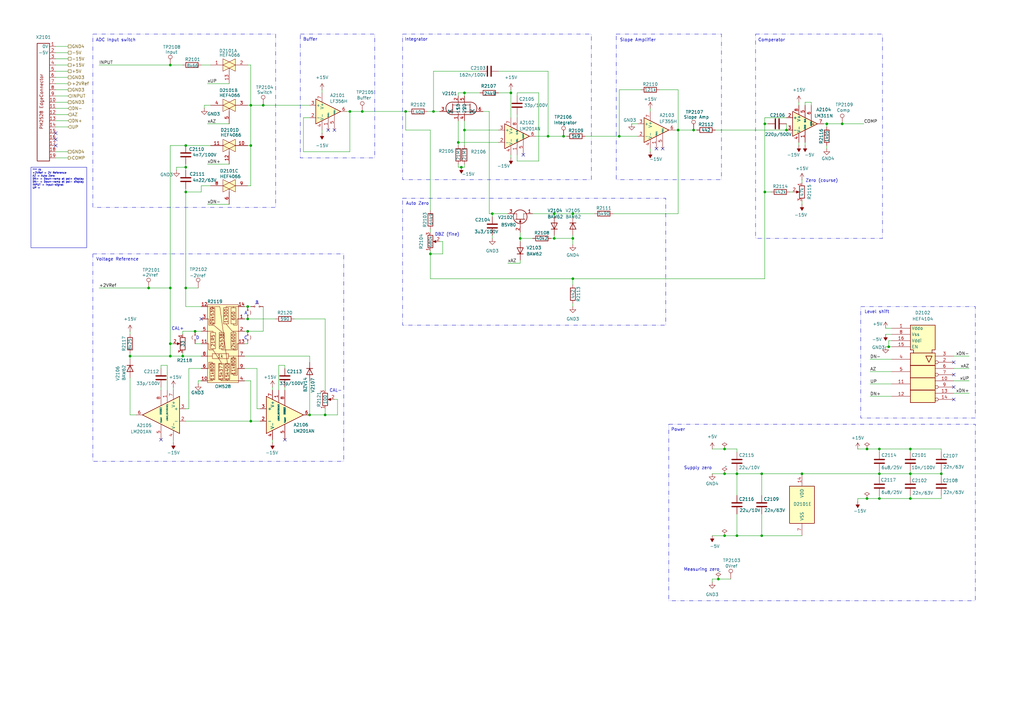
<source format=kicad_sch>
(kicad_sch (version 20250114) (generator "eeschema") (generator_version "9.0")
  (paper "A3")
  (title_block (title "Philips PM2528 - N21 (ADC Analog)") (date "2025-08-06") (rev "1.0") (company "D. Kupers"))
  (rectangle (start 165.1 13.97) (end 242.57 73.66) (stroke (width 0) (type dash_dot_dot)))
  (rectangle (start 274.32 173.99) (end 400.05 246.38) (stroke (width 0) (type dash_dot_dot)))
  (rectangle (start 165.1 81.28) (end 273.05 133.35) (stroke (width 0) (type dash_dot_dot)))
  (rectangle (start 252.73 13.97) (end 295.91 73.66) (stroke (width 0) (type dash_dot_dot)))
  (rectangle (start 38.1 13.97) (end 113.03 85.09) (stroke (width 0) (type dash_dot_dot)))
  (rectangle (start 38.1 104.14) (end 140.97 189.23) (stroke (width 0) (type dash_dot_dot)))
  (rectangle (start 123.19 13.97) (end 153.67 64.77) (stroke (width 0) (type dash_dot_dot)))
  (rectangle (start 309.88 13.97) (end 361.95 97.79) (stroke (width 0) (type dash_dot_dot)))
  (rectangle (start 353.06 125.73) (end 400.05 171.45) (stroke (width 0) (type dash_dot_dot)))
  (text "Supply zero" (at 286.258 192.024 0) (effects (font (size 1.27 1.27))))
  (text "C" (at 100.838 138.684 0) (effects (font (size 1.27 1.27))))
  (text "CAL+" (at 72.898 134.874 0) (effects (font (size 1.27 1.27))))
  (text "Buffer" (at 127.254 16.256 0) (effects (font (size 1.27 1.27))))
  (text "A" (at 100.838 128.524 0) (effects (font (size 1.27 1.27))))
  (text "Power" (at 278.13 176.276 0) (effects (font (size 1.27 1.27))))
  (text "Comperator" (at 316.484 16.51 0) (effects (font (size 1.27 1.27))))
  (text "Voltage Reference" (at 39.37 106.426 0) (effects (font (size 1.27 1.27)) (justify left)))
  (text "CAL-" (at 137.668 160.274 0) (effects (font (size 1.27 1.27))))
  (text "Integrator" (at 170.688 16.256 0) (effects (font (size 1.27 1.27))))
  (text "DBZ (fine)" (at 183.388 96.266 0) (effects (font (size 1.27 1.27))))
  (text "Measuring zero" (at 287.782 233.68 0) (effects (font (size 1.27 1.27))))
  (text "Slope Amplifier" (at 261.62 16.51 0) (effects (font (size 1.27 1.27))))
  (text "Zero (course)" (at 337.058 74.168 0) (effects (font (size 1.27 1.27))))
  (text "Auto Zero" (at 171.196 83.566 0) (effects (font (size 1.27 1.27))))
  (text "B" (at 105.41 124.206 0) (effects (font (size 1.27 1.27))))
  (text "Level shift" (at 359.664 128.016 0) (effects (font (size 1.27 1.27))))
  (text "ADC Input switch" (at 47.498 16.51 0) (effects (font (size 1.27 1.27))))
  (text "D" (at 81.026 138.684 0) (effects (font (size 1.27 1.27))))
  (text_box "*** IN\n+2VRef = 2V Reference\nAZ = Auto Zero\nDN+ = Down-ramp at pol+ display\nDN- = Down-ramp at pol- display\nINPUT = input-signal\nUP = " (at 12.7 68.58 0) (size 22.86 33.02) (margins 0.5715 0.5715 0.5715 0.5715) (effects (font (size 0.762 0.762)) (justify left top)))
  (junction (at 127 170.18))
  (junction (at 297.18 219.71))
  (junction (at 373.38 184.15))
  (junction (at 107.95 43.18))
  (junction (at 102.87 43.18))
  (junction (at 187.96 58.42))
  (junction (at 166.37 45.72))
  (junction (at 102.87 59.69))
  (junction (at 386.08 194.31))
  (junction (at 101.6 130.81))
  (junction (at 60.96 118.11))
  (junction (at 148.59 45.72))
  (junction (at 360.68 204.47))
  (junction (at 102.87 172.72))
  (junction (at 355.6 184.15))
  (junction (at 364.49 142.24))
  (junction (at 76.2 68.58))
  (junction (at 278.13 53.34))
  (junction (at 360.68 194.31))
  (junction (at 213.36 97.79))
  (junction (at 373.38 194.31))
  (junction (at 177.8 45.72))
  (junction (at 224.79 55.88))
  (junction (at 189.23 68.58))
  (junction (at 313.69 50.8))
  (junction (at 297.18 194.31))
  (junction (at 69.85 140.97))
  (junction (at 234.95 97.79))
  (junction (at 234.95 87.63))
  (junction (at 345.44 50.8))
  (junction (at 201.93 87.63))
  (junction (at 101.6 135.89))
  (junction (at 355.6 204.47))
  (junction (at 69.85 118.11))
  (junction (at 190.5 38.1))
  (junction (at 69.85 146.05))
  (junction (at 339.09 50.8))
  (junction (at 133.35 170.18))
  (junction (at 294.64 237.49))
  (junction (at 76.2 78.74))
  (junction (at 76.2 59.69))
  (junction (at 312.42 194.31))
  (junction (at 302.26 194.31))
  (junction (at 231.14 55.88))
  (junction (at 297.18 184.15))
  (junction (at 227.33 97.79))
  (junction (at 313.69 78.74))
  (junction (at 373.38 204.47))
  (junction (at 69.85 26.67))
  (junction (at 76.2 118.11))
  (junction (at 209.55 38.1))
  (junction (at 284.48 53.34))
  (junction (at 80.01 135.89))
  (junction (at 190.5 53.34))
  (junction (at 234.95 114.3))
  (junction (at 53.34 146.05))
  (junction (at 360.68 184.15))
  (junction (at 322.58 53.34))
  (junction (at 143.51 45.72))
  (junction (at 176.53 104.14))
  (junction (at 227.33 87.63))
  (junction (at 254 55.88))
  (junction (at 312.42 219.71))
  (junction (at 302.26 219.71))
  (junction (at 74.93 146.05))
  (junction (at 101.6 125.73))
  (junction (at 328.93 194.31))
  (no_connect (at 82.55 130.81))
  (no_connect (at 66.04 180.34))
  (no_connect (at 214.63 63.5))
  (no_connect (at 391.16 148.59))
  (no_connect (at 269.24 60.96))
  (no_connect (at 134.62 53.34))
  (no_connect (at 391.16 153.67))
  (no_connect (at 116.84 180.34))
  (no_connect (at 391.16 163.83))
  (no_connect (at 137.16 53.34))
  (no_connect (at 22.86 54.61))
  (no_connect (at 271.78 60.96))
  (no_connect (at 391.16 158.75))
  (no_connect (at 22.86 59.69))
  (no_connect (at 22.86 57.15))
  (wire (pts (xy 176.53 114.3) (xy 234.95 114.3)))
  (wire (pts (xy 76.2 78.74) (xy 82.55 78.74)))
  (wire (pts (xy 270.51 36.83) (xy 278.13 36.83)))
  (wire (pts (xy 224.79 29.21) (xy 224.79 55.88)))
  (wire (pts (xy 76.2 68.58) (xy 76.2 69.85)))
  (wire (pts (xy 200.66 45.72) (xy 200.66 87.63)))
  (wire (pts (xy 365.76 147.32) (xy 356.87 147.32)))
  (wire (pts (xy 204.47 38.1) (xy 209.55 38.1)))
  (wire (pts (xy 190.5 67.31) (xy 190.5 68.58)))
  (wire (pts (xy 101.6 26.67) (xy 102.87 26.67)))
  (wire (pts (xy 53.34 144.78) (xy 53.34 146.05)))
  (wire (pts (xy 226.06 97.79) (xy 227.33 97.79)))
  (wire (pts (xy 227.33 97.79) (xy 234.95 97.79)))
  (wire (pts (xy 76.2 67.31) (xy 76.2 68.58)))
  (wire (pts (xy 76.2 118.11) (xy 76.2 125.73)))
  (wire (pts (xy 181.61 99.06) (xy 181.61 104.14)))
  (wire (pts (xy 355.6 204.47) (xy 360.68 204.47)))
  (wire (pts (xy 231.14 55.88) (xy 232.41 55.88)))
  (wire (pts (xy 77.47 151.13) (xy 82.55 151.13)))
  (wire (pts (xy 312.42 219.71) (xy 328.93 219.71)))
  (wire (pts (xy 200.66 87.63) (xy 201.93 87.63)))
  (wire (pts (xy 278.13 53.34) (xy 276.86 53.34)))
  (wire (pts (xy 22.86 24.13) (xy 27.94 24.13)))
  (wire (pts (xy 132.08 36.83) (xy 132.08 38.1)))
  (wire (pts (xy 397.51 146.05) (xy 391.16 146.05)))
  (wire (pts (xy 143.51 62.23) (xy 143.51 45.72)))
  (wire (pts (xy 86.36 43.18) (xy 83.82 43.18)))
  (wire (pts (xy 69.85 26.67) (xy 74.93 26.67)))
  (wire (pts (xy 22.86 26.67) (xy 27.94 26.67)))
  (wire (pts (xy 85.09 34.29) (xy 93.98 34.29)))
  (wire (pts (xy 302.26 194.31) (xy 302.26 203.2)))
  (wire (pts (xy 176.53 86.36) (xy 176.53 53.34)))
  (wire (pts (xy 208.28 107.95) (xy 213.36 107.95)))
  (wire (pts (xy 293.37 53.34) (xy 322.58 53.34)))
  (wire (pts (xy 190.5 53.34) (xy 190.5 59.69)))
  (wire (pts (xy 102.87 172.72) (xy 106.68 172.72)))
  (wire (pts (xy 365.76 152.4) (xy 356.87 152.4)))
  (wire (pts (xy 227.33 87.63) (xy 234.95 87.63)))
  (wire (pts (xy 201.93 87.63) (xy 208.28 87.63)))
  (wire (pts (xy 386.08 184.15) (xy 386.08 185.42)))
  (wire (pts (xy 69.85 146.05) (xy 53.34 146.05)))
  (wire (pts (xy 81.28 156.21) (xy 81.28 157.48)))
  (wire (pts (xy 71.12 140.97) (xy 69.85 140.97)))
  (wire (pts (xy 111.76 158.75) (xy 111.76 160.02)))
  (wire (pts (xy 363.22 142.24) (xy 364.49 142.24)))
  (wire (pts (xy 351.79 184.15) (xy 355.6 184.15)))
  (wire (pts (xy 69.85 59.69) (xy 69.85 118.11)))
  (wire (pts (xy 22.86 34.29) (xy 27.94 34.29)))
  (wire (pts (xy 124.46 48.26) (xy 124.46 62.23)))
  (wire (pts (xy 212.09 46.99) (xy 212.09 48.26)))
  (wire (pts (xy 127 146.05) (xy 100.33 146.05)))
  (wire (pts (xy 292.1 219.71) (xy 297.18 219.71)))
  (wire (pts (xy 22.86 39.37) (xy 27.94 39.37)))
  (wire (pts (xy 328.93 73.66) (xy 328.93 74.93)))
  (wire (pts (xy 397.51 151.13) (xy 391.16 151.13)))
  (wire (pts (xy 166.37 53.34) (xy 166.37 45.72)))
  (wire (pts (xy 345.44 50.8) (xy 354.33 50.8)))
  (wire (pts (xy 105.41 151.13) (xy 105.41 167.64)))
  (wire (pts (xy 386.08 204.47) (xy 386.08 203.2)))
  (wire (pts (xy 284.48 53.34) (xy 285.75 53.34)))
  (wire (pts (xy 364.49 139.7) (xy 364.49 142.24)))
  (wire (pts (xy 71.12 158.75) (xy 71.12 160.02)))
  (wire (pts (xy 360.68 203.2) (xy 360.68 204.47)))
  (wire (pts (xy 330.2 58.42) (xy 330.2 59.69)))
  (wire (pts (xy 364.49 139.7) (xy 365.76 139.7)))
  (wire (pts (xy 234.95 97.79) (xy 234.95 100.33)))
  (wire (pts (xy 102.87 26.67) (xy 102.87 43.18)))
  (wire (pts (xy 69.85 118.11) (xy 69.85 140.97)))
  (wire (pts (xy 107.95 43.18) (xy 127 43.18)))
  (wire (pts (xy 127 148.59) (xy 127 146.05)))
  (wire (pts (xy 22.86 49.53) (xy 27.94 49.53)))
  (wire (pts (xy 278.13 36.83) (xy 278.13 53.34)))
  (wire (pts (xy 339.09 60.96) (xy 339.09 59.69)))
  (wire (pts (xy 312.42 194.31) (xy 312.42 203.2)))
  (wire (pts (xy 116.84 149.86) (xy 116.84 151.13)))
  (wire (pts (xy 133.35 170.18) (xy 138.43 170.18)))
  (wire (pts (xy 397.51 161.29) (xy 391.16 161.29)))
  (wire (pts (xy 328.93 194.31) (xy 360.68 194.31)))
  (wire (pts (xy 127 156.21) (xy 127 170.18)))
  (wire (pts (xy 198.12 45.72) (xy 200.66 45.72)))
  (wire (pts (xy 312.42 194.31) (xy 328.93 194.31)))
  (wire (pts (xy 302.26 194.31) (xy 312.42 194.31)))
  (wire (pts (xy 100.33 135.89) (xy 101.6 135.89)))
  (wire (pts (xy 133.35 130.81) (xy 133.35 160.02)))
  (wire (pts (xy 209.55 38.1) (xy 209.55 48.26)))
  (wire (pts (xy 22.86 21.59) (xy 27.94 21.59)))
  (wire (pts (xy 339.09 52.07) (xy 339.09 50.8)))
  (wire (pts (xy 74.93 135.89) (xy 80.01 135.89)))
  (wire (pts (xy 101.6 130.81) (xy 113.03 130.81)))
  (wire (pts (xy 254 55.88) (xy 261.62 55.88)))
  (wire (pts (xy 77.47 167.64) (xy 77.47 151.13)))
  (wire (pts (xy 266.7 44.45) (xy 266.7 45.72)))
  (wire (pts (xy 22.86 31.75) (xy 27.94 31.75)))
  (wire (pts (xy 102.87 43.18) (xy 102.87 59.69)))
  (wire (pts (xy 213.36 95.25) (xy 213.36 97.79)))
  (wire (pts (xy 40.64 26.67) (xy 69.85 26.67)))
  (wire (pts (xy 187.96 38.1) (xy 190.5 38.1)))
  (wire (pts (xy 373.38 193.04) (xy 373.38 194.31)))
  (wire (pts (xy 297.18 219.71) (xy 302.26 219.71)))
  (wire (pts (xy 82.55 125.73) (xy 76.2 125.73)))
  (wire (pts (xy 68.58 149.86) (xy 68.58 160.02)))
  (wire (pts (xy 234.95 87.63) (xy 243.84 87.63)))
  (wire (pts (xy 365.76 134.62) (xy 363.22 134.62)))
  (wire (pts (xy 101.6 76.2) (xy 102.87 76.2)))
  (wire (pts (xy 373.38 184.15) (xy 386.08 184.15)))
  (wire (pts (xy 69.85 59.69) (xy 76.2 59.69)))
  (wire (pts (xy 176.53 104.14) (xy 176.53 114.3)))
  (wire (pts (xy 76.2 118.11) (xy 81.28 118.11)))
  (wire (pts (xy 53.34 146.05) (xy 53.34 147.32)))
  (wire (pts (xy 187.96 58.42) (xy 204.47 58.42)))
  (wire (pts (xy 187.96 38.1) (xy 187.96 39.37)))
  (wire (pts (xy 187.96 58.42) (xy 187.96 59.69)))
  (wire (pts (xy 327.66 58.42) (xy 327.66 59.69)))
  (wire (pts (xy 133.35 167.64) (xy 133.35 170.18)))
  (wire (pts (xy 364.49 142.24) (xy 365.76 142.24)))
  (wire (pts (xy 297.18 194.31) (xy 302.26 194.31)))
  (wire (pts (xy 85.09 50.8) (xy 93.98 50.8)))
  (wire (pts (xy 176.53 102.87) (xy 176.53 104.14)))
  (wire (pts (xy 386.08 193.04) (xy 386.08 194.31)))
  (wire (pts (xy 259.08 50.8) (xy 261.62 50.8)))
  (wire (pts (xy 176.53 93.98) (xy 176.53 95.25)))
  (wire (pts (xy 213.36 107.95) (xy 213.36 106.68)))
  (wire (pts (xy 209.55 36.83) (xy 209.55 38.1)))
  (wire (pts (xy 142.24 45.72) (xy 143.51 45.72)))
  (wire (pts (xy 187.96 68.58) (xy 189.23 68.58)))
  (wire (pts (xy 22.86 44.45) (xy 27.94 44.45)))
  (wire (pts (xy 313.69 50.8) (xy 313.69 78.74)))
  (wire (pts (xy 22.86 36.83) (xy 27.94 36.83)))
  (wire (pts (xy 85.09 67.31) (xy 93.98 67.31)))
  (wire (pts (xy 201.93 87.63) (xy 201.93 88.9)))
  (wire (pts (xy 234.95 114.3) (xy 313.69 114.3)))
  (wire (pts (xy 327.66 41.91) (xy 327.66 43.18)))
  (wire (pts (xy 148.59 45.72) (xy 166.37 45.72)))
  (wire (pts (xy 77.47 167.64) (xy 76.2 167.64)))
  (wire (pts (xy 313.69 48.26) (xy 313.69 50.8)))
  (wire (pts (xy 102.87 156.21) (xy 102.87 172.72)))
  (wire (pts (xy 234.95 124.46) (xy 234.95 125.73)))
  (wire (pts (xy 69.85 140.97) (xy 69.85 146.05)))
  (wire (pts (xy 100.33 140.97) (xy 101.6 140.97)))
  (wire (pts (xy 313.69 48.26) (xy 322.58 48.26)))
  (wire (pts (xy 292.1 237.49) (xy 292.1 238.76)))
  (wire (pts (xy 373.38 185.42) (xy 373.38 184.15)))
  (wire (pts (xy 60.96 118.11) (xy 69.85 118.11)))
  (wire (pts (xy 22.86 64.77) (xy 27.94 64.77)))
  (wire (pts (xy 101.6 125.73) (xy 102.87 125.73)))
  (wire (pts (xy 187.96 49.53) (xy 187.96 58.42)))
  (wire (pts (xy 76.2 172.72) (xy 102.87 172.72)))
  (wire (pts (xy 190.5 68.58) (xy 189.23 68.58)))
  (wire (pts (xy 100.33 125.73) (xy 101.6 125.73)))
  (wire (pts (xy 351.79 204.47) (xy 355.6 204.47)))
  (wire (pts (xy 127 170.18) (xy 133.35 170.18)))
  (wire (pts (xy 114.3 160.02) (xy 114.3 149.86)))
  (wire (pts (xy 82.55 76.2) (xy 86.36 76.2)))
  (wire (pts (xy 212.09 39.37) (xy 212.09 38.1)))
  (wire (pts (xy 40.64 118.11) (xy 60.96 118.11)))
  (wire (pts (xy 82.55 76.2) (xy 82.55 78.74)))
  (wire (pts (xy 302.26 210.82) (xy 302.26 219.71)))
  (wire (pts (xy 360.68 185.42) (xy 360.68 184.15)))
  (wire (pts (xy 218.44 97.79) (xy 213.36 97.79)))
  (wire (pts (xy 231.14 55.88) (xy 224.79 55.88)))
  (wire (pts (xy 55.88 170.18) (xy 53.34 170.18)))
  (wire (pts (xy 365.76 157.48) (xy 356.87 157.48)))
  (wire (pts (xy 220.98 38.1) (xy 220.98 66.04)))
  (wire (pts (xy 76.2 78.74) (xy 76.2 118.11)))
  (wire (pts (xy 278.13 53.34) (xy 278.13 87.63)))
  (wire (pts (xy 101.6 59.69) (xy 102.87 59.69)))
  (wire (pts (xy 373.38 194.31) (xy 386.08 194.31)))
  (wire (pts (xy 177.8 45.72) (xy 177.8 29.21)))
  (wire (pts (xy 365.76 162.56) (xy 356.87 162.56)))
  (wire (pts (xy 292.1 237.49) (xy 294.64 237.49)))
  (wire (pts (xy 83.82 43.18) (xy 83.82 44.45)))
  (wire (pts (xy 190.5 53.34) (xy 204.47 53.34)))
  (wire (pts (xy 102.87 76.2) (xy 102.87 59.69)))
  (wire (pts (xy 72.39 68.58) (xy 76.2 68.58)))
  (wire (pts (xy 227.33 87.63) (xy 227.33 88.9)))
  (wire (pts (xy 22.86 52.07) (xy 27.94 52.07)))
  (wire (pts (xy 332.74 41.91) (xy 332.74 43.18)))
  (wire (pts (xy 219.71 55.88) (xy 224.79 55.88)))
  (wire (pts (xy 294.64 237.49) (xy 299.72 237.49)))
  (wire (pts (xy 22.86 46.99) (xy 27.94 46.99)))
  (wire (pts (xy 323.85 78.74) (xy 325.12 78.74)))
  (wire (pts (xy 373.38 203.2) (xy 373.38 204.47)))
  (wire (pts (xy 177.8 45.72) (xy 180.34 45.72)))
  (wire (pts (xy 74.93 137.16) (xy 74.93 135.89)))
  (wire (pts (xy 360.68 204.47) (xy 373.38 204.47)))
  (wire (pts (xy 166.37 45.72) (xy 167.64 45.72)))
  (wire (pts (xy 101.6 43.18) (xy 102.87 43.18)))
  (wire (pts (xy 302.26 184.15) (xy 297.18 184.15)))
  (wire (pts (xy 22.86 19.05) (xy 27.94 19.05)))
  (wire (pts (xy 360.68 193.04) (xy 360.68 194.31)))
  (wire (pts (xy 100.33 130.81) (xy 101.6 130.81)))
  (wire (pts (xy 105.41 167.64) (xy 106.68 167.64)))
  (wire (pts (xy 107.95 125.73) (xy 107.95 135.89)))
  (wire (pts (xy 116.84 158.75) (xy 116.84 160.02)))
  (wire (pts (xy 190.5 38.1) (xy 196.85 38.1)))
  (wire (pts (xy 314.96 50.8) (xy 313.69 50.8)))
  (wire (pts (xy 190.5 38.1) (xy 190.5 39.37)))
  (wire (pts (xy 328.93 82.55) (xy 328.93 83.82)))
  (wire (pts (xy 266.7 60.96) (xy 266.7 62.23)))
  (wire (pts (xy 240.03 55.88) (xy 254 55.88)))
  (wire (pts (xy 351.79 205.74) (xy 351.79 204.47)))
  (wire (pts (xy 85.09 83.82) (xy 93.98 83.82)))
  (wire (pts (xy 175.26 45.72) (xy 177.8 45.72)))
  (wire (pts (xy 373.38 194.31) (xy 373.38 195.58)))
  (wire (pts (xy 53.34 170.18) (xy 53.34 154.94)))
  (wire (pts (xy 66.04 149.86) (xy 68.58 149.86)))
  (wire (pts (xy 100.33 156.21) (xy 102.87 156.21)))
  (wire (pts (xy 180.34 99.06) (xy 181.61 99.06)))
  (wire (pts (xy 397.51 156.21) (xy 391.16 156.21)))
  (wire (pts (xy 53.34 135.89) (xy 53.34 137.16)))
  (wire (pts (xy 212.09 66.04) (xy 220.98 66.04)))
  (wire (pts (xy 102.87 43.18) (xy 107.95 43.18)))
  (wire (pts (xy 111.76 180.34) (xy 111.76 181.61)))
  (wire (pts (xy 187.96 67.31) (xy 187.96 68.58)))
  (wire (pts (xy 114.3 149.86) (xy 116.84 149.86)))
  (wire (pts (xy 82.55 26.67) (xy 86.36 26.67)))
  (wire (pts (xy 137.16 163.83) (xy 138.43 163.83)))
  (wire (pts (xy 313.69 78.74) (xy 313.69 114.3)))
  (wire (pts (xy 360.68 194.31) (xy 373.38 194.31)))
  (wire (pts (xy 312.42 210.82) (xy 312.42 219.71)))
  (wire (pts (xy 76.2 77.47) (xy 76.2 78.74)))
  (wire (pts (xy 360.68 194.31) (xy 360.68 195.58)))
  (wire (pts (xy 302.26 219.71) (xy 312.42 219.71)))
  (wire (pts (xy 234.95 87.63) (xy 234.95 88.9)))
  (wire (pts (xy 262.89 36.83) (xy 254 36.83)))
  (wire (pts (xy 337.82 50.8) (xy 339.09 50.8)))
  (wire (pts (xy 101.6 135.89) (xy 107.95 135.89)))
  (wire (pts (xy 124.46 62.23) (xy 143.51 62.23)))
  (wire (pts (xy 82.55 146.05) (xy 74.93 146.05)))
  (wire (pts (xy 66.04 151.13) (xy 66.04 149.86)))
  (wire (pts (xy 100.33 151.13) (xy 105.41 151.13)))
  (wire (pts (xy 322.58 50.8) (xy 322.58 53.34)))
  (wire (pts (xy 209.55 63.5) (xy 209.55 64.77)))
  (wire (pts (xy 66.04 158.75) (xy 66.04 160.02)))
  (wire (pts (xy 212.09 38.1) (xy 220.98 38.1)))
  (wire (pts (xy 330.2 43.18) (xy 330.2 41.91)))
  (wire (pts (xy 227.33 96.52) (xy 227.33 97.79)))
  (wire (pts (xy 212.09 66.04) (xy 212.09 63.5)))
  (wire (pts (xy 234.95 114.3) (xy 234.95 116.84)))
  (wire (pts (xy 176.53 53.34) (xy 166.37 53.34)))
  (wire (pts (xy 80.01 135.89) (xy 82.55 135.89)))
  (wire (pts (xy 22.86 29.21) (xy 27.94 29.21)))
  (wire (pts (xy 132.08 53.34) (xy 132.08 54.61)))
  (wire (pts (xy 190.5 49.53) (xy 190.5 53.34)))
  (wire (pts (xy 143.51 45.72) (xy 148.59 45.72)))
  (wire (pts (xy 133.35 130.81) (xy 120.65 130.81)))
  (wire (pts (xy 204.47 29.21) (xy 224.79 29.21)))
  (wire (pts (xy 72.39 69.85) (xy 72.39 68.58)))
  (wire (pts (xy 360.68 184.15) (xy 373.38 184.15)))
  (wire (pts (xy 74.93 144.78) (xy 74.93 146.05)))
  (wire (pts (xy 373.38 204.47) (xy 386.08 204.47)))
  (wire (pts (xy 74.93 146.05) (xy 69.85 146.05)))
  (wire (pts (xy 181.61 104.14) (xy 176.53 104.14)))
  (wire (pts (xy 292.1 184.15) (xy 297.18 184.15)))
  (wire (pts (xy 330.2 41.91) (xy 332.74 41.91)))
  (wire (pts (xy 138.43 163.83) (xy 138.43 170.18)))
  (wire (pts (xy 386.08 195.58) (xy 386.08 194.31)))
  (wire (pts (xy 201.93 96.52) (xy 201.93 97.79)))
  (wire (pts (xy 302.26 193.04) (xy 302.26 194.31)))
  (wire (pts (xy 22.86 62.23) (xy 27.94 62.23)))
  (wire (pts (xy 234.95 96.52) (xy 234.95 97.79)))
  (wire (pts (xy 302.26 185.42) (xy 302.26 184.15)))
  (wire (pts (xy 313.69 78.74) (xy 316.23 78.74)))
  (wire (pts (xy 284.48 53.34) (xy 278.13 53.34)))
  (wire (pts (xy 254 36.83) (xy 254 55.88)))
  (wire (pts (xy 196.85 29.21) (xy 177.8 29.21)))
  (wire (pts (xy 339.09 50.8) (xy 345.44 50.8)))
  (wire (pts (xy 365.76 137.16) (xy 363.22 137.16)))
  (wire (pts (xy 218.44 87.63) (xy 227.33 87.63)))
  (wire (pts (xy 22.86 41.91) (xy 27.94 41.91)))
  (wire (pts (xy 278.13 87.63) (xy 251.46 87.63)))
  (wire (pts (xy 82.55 156.21) (xy 81.28 156.21)))
  (wire (pts (xy 127 48.26) (xy 124.46 48.26)))
  (wire (pts (xy 71.12 180.34) (xy 71.12 181.61)))
  (wire (pts (xy 82.55 140.97) (xy 80.01 140.97)))
  (wire (pts (xy 213.36 97.79) (xy 213.36 99.06)))
  (wire (pts (xy 76.2 59.69) (xy 86.36 59.69)))
  (wire (pts (xy 355.6 184.15) (xy 360.68 184.15)))
  (wire (pts (xy 292.1 194.31) (xy 297.18 194.31)))
  (label "xDN+" (at 85.09 67.31 0))
  (label "AZ" (at 356.87 152.4 0))
  (label "INPUT" (at 40.64 26.67 0))
  (label "UP" (at 356.87 157.48 0))
  (label "xAZ" (at 85.09 50.8 0))
  (label "xAZ" (at 208.28 107.95 0))
  (label "DN+" (at 356.87 162.56 0))
  (label "+2VRef" (at 40.64 118.11 0))
  (label "xUP" (at 397.51 156.21 180))
  (label "xDN-" (at 85.09 83.82 0))
  (label "xDN+" (at 397.51 161.29 180))
  (label "DN-" (at 356.87 147.32 0))
  (label "xAZ" (at 397.51 151.13 180))
  (label "xUP" (at 85.09 34.29 0))
  (label "COMP" (at 354.33 50.8 0))
  (label "xDN-" (at 397.51 146.05 180))
  (hierarchical_label "DN+" (shape input) (at 27.94 49.53 0))
  (hierarchical_label "-15V" (shape passive) (at 27.94 24.13 0))
  (hierarchical_label "AZ" (shape input) (at 27.94 46.99 0))
  (hierarchical_label "GND3" (shape passive) (at 27.94 41.91 0))
  (hierarchical_label "GND4" (shape passive) (at 27.94 19.05 0))
  (hierarchical_label "UP" (shape input) (at 27.94 52.07 0))
  (hierarchical_label "-5V" (shape passive) (at 27.94 21.59 0))
  (hierarchical_label "GND3" (shape passive) (at 27.94 31.75 0))
  (hierarchical_label "GND4" (shape passive) (at 27.94 62.23 0))
  (hierarchical_label "GND3" (shape passive) (at 27.94 36.83 0))
  (hierarchical_label "DN-" (shape input) (at 27.94 44.45 0))
  (hierarchical_label "INPUT" (shape input) (at 27.94 39.37 0))
  (hierarchical_label "COMP" (shape output) (at 27.94 64.77 0))
  (hierarchical_label "+2VRef" (shape output) (at 27.94 34.29 0))
  (hierarchical_label "+15V" (shape passive) (at 27.94 26.67 0))
  (hierarchical_label "+5V" (shape passive) (at 27.94 29.21 0))
  (symbol (lib_id "Device:R") (at 339.09 55.88 180) (unit 1)
    (property "Reference" "R2116" (at 336.804 55.88 90))
    (property "Value" "1k05" (at 339.09 55.88 90))
    (property "Footprint" "Resistor_THT:R_Axial_DIN0207_L6.3mm_D2.5mm_P10.16mm_Horizontal" (effects (hide yes)))
    (property "Description" "Resistor" (effects (hide yes)))
  )
  (symbol (lib_id "4xxx:4066") (at 93.98 26.67 0) (mirror x) (unit 1)
    (property "Reference" "D2101" (at 97.282 20.828 0) (effects (justify right)))
    (property "Value" "HEF4066" (at 98.5521 22.606 0) (effects (justify right)))
    (property "Footprint" "Package_DIP:DIP-14_W7.62mm" (effects (hide yes)))
    (property "Datasheet" "http://www.ti.com/lit/ds/symlink/cd4066b.pdf" (effects (hide yes)))
    (property "Description" "Quad Analog Switches" (effects (hide yes)))
  )
  (symbol (lib_id "PM2528:PCBEdge_Plugincard") (at 17.78 41.91 0) (unit 1)
    (property "Reference" "X2101" (at 17.78 15.24 0))
    (property "Footprint" "PM2528:PM2528_RiserCardConnector" (effects (hide yes)))
  )
  (symbol (lib_id "power:GND3") (at 234.95 125.73 0) (unit 1)
    (property "Reference" "#PWR036" (effects (hide yes)))
    (property "Value" "GND3" (at 234.95 130.81 0))
    (property "Description" "Power symbol creates a global label with name \"GND3\" , ground" (effects (hide yes)))
  )
  (symbol (lib_id "power:-15V") (at 266.7 62.23 0) (mirror x) (unit 1)
    (property "Reference" "#PWR017" (effects (hide yes)))
    (property "Value" "-15V" (at 268.986 65.278 0))
    (property "Description" "Power symbol creates a global label with name \"-15V\"" (effects (hide yes)))
  )
  (symbol (lib_id "Device:R_Potentiometer") (at 328.93 78.74 0) (mirror y) (unit 1)
    (property "Reference" "R2115" (at 331.978 78.74 90))
    (property "Value" "47k" (at 328.93 78.74 90))
    (property "Footprint" "PM2528:Trimmer vertical" (effects (hide yes)))
    (property "Description" "Potentiometer" (effects (hide yes)))
  )
  (symbol (lib_id "Device:C") (at 76.2 73.66 180) (unit 1)
    (property "Reference" "C2111" (at 77.724 71.374 0) (effects (justify right)))
    (property "Value" "4n22/63V" (at 78.994 73.914 0) (effects (justify right)))
    (property "Footprint" "Capacitor_THT:C_Axial_L5.1mm_D3.1mm_P15.00mm_Horizontal" (effects (hide yes)))
    (property "Description" "Unpolarized capacitor" (effects (hide yes)))
  )
  (symbol (lib_id "Device:R") (at 234.95 120.65 0) (unit 1)
    (property "Reference" "R2113" (at 237.236 120.65 90))
    (property "Value" "442" (at 234.95 120.65 90))
    (property "Footprint" "Resistor_THT:R_Axial_DIN0207_L6.3mm_D2.5mm_P10.16mm_Horizontal" (effects (hide yes)))
    (property "Description" "Resistor" (effects (hide yes)))
  )
  (symbol (lib_id "Device:R") (at 190.5 63.5 0) (unit 1)
    (property "Reference" "R2106" (at 193.04 62.2299 0) (effects (justify left)))
    (property "Value" "21M1" (at 190.5 65.786 90) (effects (justify left)))
    (property "Footprint" "Resistor_THT:R_Axial_DIN0207_L6.3mm_D2.5mm_P10.16mm_Horizontal" (effects (hide yes)))
    (property "Description" "Resistor" (effects (hide yes)))
  )
  (symbol (lib_id "power:PWR_FLAG") (at 355.6 184.15 0) (unit 1)
    (property "Reference" "#FLG03" (effects (hide yes)))
    (property "Description" "Special symbol for telling ERC where power comes from" (effects (hide yes)))
  )
  (symbol (lib_id "Device:D") (at 227.33 92.71 90) (unit 1)
    (property "Reference" "V2104" (at 224.536 86.36 90) (effects (justify right)))
    (property "Value" "BAW62" (at 224.536 88.9 90) (effects (justify right)))
    (property "Footprint" "Diode_THT:D_DO-34_SOD68_P10.16mm_Horizontal" (effects (hide yes)))
    (property "Description" "Diode" (effects (hide yes)))
    (property "Sim.Device" "D" (effects (hide yes)))
    (property "Sim.Pins" "1=K 2=A" (effects (hide yes)))
  )
  (symbol (lib_id "Device:R") (at 236.22 55.88 90) (unit 1)
    (property "Reference" "R2109" (at 236.22 53.594 90))
    (property "Value" "5k9" (at 236.22 55.88 90))
    (property "Footprint" "Resistor_THT:R_Axial_DIN0207_L6.3mm_D2.5mm_P10.16mm_Horizontal" (effects (hide yes)))
    (property "Description" "Resistor" (effects (hide yes)))
  )
  (symbol (lib_id "Connector:TestPoint") (at 107.95 43.18 0) (unit 1)
    (property "Reference" "TP2104" (at 104.902 35.814 0) (effects (justify left)))
    (property "Value" "Switch" (at 105.41 37.846 0) (effects (justify left)))
    (property "Footprint" "Connector_Pin:Pin_D0.9mm_L10.0mm_W2.4mm_FlatFork" (effects (hide yes)))
    (property "Description" "test point" (effects (hide yes)))
  )
  (symbol (lib_id "Amplifier_Operational:AD8021ARM") (at 116.84 170.18 0) (unit 1)
    (property "Reference" "A2106" (at 123.444 174.244 0))
    (property "Value" "LM201AN" (at 124.714 176.784 0))
    (property "Footprint" "Package_DIP:DIP-8_W7.62mm" (effects (hide yes)))
    (property "Datasheet" "https://www.analog.com/media/en/technical-documentation/data-sheets/AD8021.pdf" (effects (hide yes)))
    (property "Description" "Operational Amplifier, 4.5-24V single/dual supply, low noise, high speed, MSOP-8" (effects (hide yes)))
  )
  (symbol (lib_id "power:+15V") (at 111.76 158.75 0) (unit 1)
    (property "Reference" "#PWR030" (effects (hide yes)))
    (property "Value" "+15V" (at 110.744 154.686 0))
    (property "Description" "Power symbol creates a global label with name \"+15V\"" (effects (hide yes)))
  )
  (symbol (lib_id "power:GND3") (at 363.22 142.24 0) (mirror y) (unit 1)
    (property "Reference" "#PWR01" (effects (hide yes)))
    (property "Value" "GND3" (at 357.632 142.494 0) (effects (justify right)))
    (property "Description" "Power symbol creates a global label with name \"GND3\" , ground" (effects (hide yes)))
  )
  (symbol (lib_id "4xxx:4066") (at 93.98 76.2 0) (mirror x) (unit 3)
    (property "Reference" "D2101" (at 97.79 70.104 0) (effects (justify right)))
    (property "Value" "HEF4066" (at 98.806 72.39 0) (effects (justify right)))
    (property "Footprint" "Package_DIP:DIP-14_W7.62mm" (effects (hide yes)))
    (property "Datasheet" "http://www.ti.com/lit/ds/symlink/cd4066b.pdf" (effects (hide yes)))
    (property "Description" "Quad Analog Switches" (effects (hide yes)))
  )
  (symbol (lib_id "power:-15V") (at 111.76 181.61 0) (mirror x) (unit 1)
    (property "Reference" "#PWR032" (effects (hide yes)))
    (property "Value" "-15V" (at 111.506 185.674 0))
    (property "Description" "Power symbol creates a global label with name \"-15V\"" (effects (hide yes)))
  )
  (symbol (lib_id "Device:D") (at 127 152.4 270) (unit 1)
    (property "Reference" "V2107" (at 128.27 154.94 0) (effects (justify left)))
    (property "Value" "BZV14" (at 125.222 154.686 0) (effects (justify left)))
    (property "Footprint" "Diode_THT:D_DO-34_SOD68_P10.16mm_Horizontal" (effects (hide yes)))
    (property "Description" "Diode" (effects (hide yes)))
    (property "Sim.Device" "D" (effects (hide yes)))
    (property "Sim.Pins" "1=K 2=A" (effects (hide yes)))
  )
  (symbol (lib_id "power:PWR_FLAG") (at 297.18 219.71 0) (unit 1)
    (property "Reference" "#FLG02" (effects (hide yes)))
    (property "Description" "Special symbol for telling ERC where power comes from" (effects (hide yes)))
  )
  (symbol (lib_id "power:+5V") (at 292.1 184.15 0) (unit 1)
    (property "Reference" "#PWR027" (effects (hide yes)))
    (property "Value" "+5V" (at 292.1 179.07 0))
    (property "Description" "Power symbol creates a global label with name \"+5V\"" (effects (hide yes)))
  )
  (symbol (lib_id "power:+5V") (at 363.22 134.62 0) (mirror y) (unit 1)
    (property "Reference" "#PWR05" (effects (hide yes)))
    (property "Value" "+5V" (at 357.886 132.842 0) (effects (justify right)))
    (property "Description" "Power symbol creates a global label with name \"+5V\"" (effects (hide yes)))
  )
  (symbol (lib_id "Device:R") (at 320.04 78.74 90) (unit 1)
    (property "Reference" "R2114" (at 320.04 76.454 90))
    (property "Value" "442k" (at 320.04 78.74 90))
    (property "Footprint" "Resistor_THT:R_Axial_DIN0207_L6.3mm_D2.5mm_P10.16mm_Horizontal" (effects (hide yes)))
    (property "Description" "Resistor" (effects (hide yes)))
  )
  (symbol (lib_id "Device:R") (at 116.84 130.81 90) (unit 1)
    (property "Reference" "R2120" (at 116.84 128.27 90))
    (property "Value" "590" (at 116.84 130.81 90))
    (property "Footprint" "Resistor_THT:R_Axial_DIN0309_L9.0mm_D3.2mm_P12.70mm_Horizontal" (effects (hide yes)))
    (property "Description" "Resistor" (effects (hide yes)))
  )
  (symbol (lib_id "Connector:TestPoint") (at 231.14 55.88 0) (unit 1)
    (property "Reference" "TP2106" (at 227.33 48.006 0) (effects (justify left)))
    (property "Value" "Integrator" (at 227.076 50.292 0) (effects (justify left)))
    (property "Footprint" "Connector_Pin:Pin_D0.9mm_L10.0mm_W2.4mm_FlatFork" (effects (hide yes)))
    (property "Description" "test point" (effects (hide yes)))
  )
  (symbol (lib_id "Device:C") (at 360.68 189.23 0) (unit 1)
    (property "Reference" "C2114" (at 361.442 186.69 0) (effects (justify left)))
    (property "Value" "6u8/25V" (at 361.442 191.77 0) (effects (justify left)))
    (property "Footprint" "Capacitor_THT:C_Disc_D5.0mm_W2.5mm_P5.00mm" (effects (hide yes)))
    (property "Description" "Unpolarized capacitor" (effects (hide yes)))
  )
  (symbol (lib_id "power:PWR_FLAG") (at 297.18 194.31 0) (unit 1)
    (property "Reference" "#FLG01" (effects (hide yes)))
    (property "Value" "~" (at 297.688 191.262 0))
    (property "Description" "Special symbol for telling ERC where power comes from" (effects (hide yes)))
  )
  (symbol (lib_id "Device:R") (at 289.56 53.34 90) (unit 1)
    (property "Reference" "R2112" (at 289.56 51.054 90))
    (property "Value" "442" (at 289.56 53.34 90))
    (property "Footprint" "Resistor_THT:R_Axial_DIN0207_L6.3mm_D2.5mm_P10.16mm_Horizontal" (effects (hide yes)))
    (property "Description" "Resistor" (effects (hide yes)))
  )
  (symbol (lib_id "Device:C") (at 302.26 207.01 0) (unit 1)
    (property "Reference" "C2116" (at 303.022 204.724 0) (effects (justify left)))
    (property "Value" "22u/10V" (at 303.276 209.296 0) (effects (justify left)))
    (property "Footprint" "Capacitor_THT:C_Disc_D5.0mm_W2.5mm_P5.00mm" (effects (hide yes)))
    (property "Description" "Unpolarized capacitor" (effects (hide yes)))
  )
  (symbol (lib_id "power:-15V") (at 351.79 205.74 180) (unit 1)
    (property "Reference" "#PWR024" (effects (hide yes)))
    (property "Value" "-15V" (at 350.012 209.55 0) (effects (justify right)))
    (property "Description" "Power symbol creates a global label with name \"-15V\"" (effects (hide yes)))
  )
  (symbol (lib_id "Transistor_FET:BF244A") (at 213.36 90.17 270) (mirror x) (unit 1)
    (property "Reference" "V2102" (at 204.216 89.154 90) (effects (justify left)))
    (property "Value" "BSV80" (at 205.486 92.202 90) (effects (justify left)))
    (property "Footprint" "Package_TO_SOT_THT:TO-92_Inline" (effects (hide yes)))
    (property "Datasheet" "https://media.digikey.com/pdf/Data%20Sheets/Fairchild%20PDFs/BF244x.pdf" (effects (hide yes)))
    (property "Description" "50mA Id, 30V Vgs, N-Channel FET Transistor, TO-92" (effects (hide yes)))
  )
  (symbol (lib_id "Device:R") (at 78.74 26.67 90) (unit 1)
    (property "Reference" "R2101" (at 78.994 24.384 90))
    (property "Value" "8k66" (at 78.994 26.924 90))
    (property "Footprint" "Resistor_THT:R_Axial_DIN0207_L6.3mm_D2.5mm_P10.16mm_Horizontal" (effects (hide yes)))
    (property "Description" "Resistor" (effects (hide yes)))
  )
  (symbol (lib_id "Amplifier_Operational:LF356") (at 134.62 45.72 0) (unit 1)
    (property "Reference" "A2101" (at 138.43 39.116 0))
    (property "Value" "LF356H" (at 138.938 41.5288 0))
    (property "Footprint" "Package_DIP:DIP-8_W7.62mm" (effects (hide yes)))
    (property "Datasheet" "http://www.ti.com/lit/ds/symlink/lf357.pdf" (effects (hide yes)))
    (property "Description" "Single JFET Input Operational Amplifiers, DIP-8/SOIC-8" (effects (hide yes)))
  )
  (symbol (lib_id "power:+15V") (at 351.79 184.15 0) (unit 1)
    (property "Reference" "#PWR09" (effects (hide yes)))
    (property "Value" "+15V" (at 351.79 179.578 0))
    (property "Description" "Power symbol creates a global label with name \"+15V\"" (effects (hide yes)))
  )
  (symbol (lib_id "power:-5V") (at 292.1 219.71 180) (unit 1)
    (property "Reference" "#PWR028" (effects (hide yes)))
    (property "Value" "-5V" (at 291.084 224.028 0) (effects (justify right)))
    (property "Description" "Power symbol creates a global label with name \"-5V\"" (effects (hide yes)))
  )
  (symbol (lib_id "Jumper:Jumper_2_Small_Open") (at 101.6 138.43 270) (unit 1)
    (property "Reference" "JP2103" (effects (hide yes)))
    (property "Value" "C" (effects (hide yes)))
    (property "Footprint" "TestPoint:TestPoint_Bridge_Pitch5.08mm_Drill0.7mm" (effects (hide yes)))
    (property "Description" "Jumper, 2-pole, small symbol, open" (effects (hide yes)))
  )
  (symbol (lib_id "power:-15V") (at 71.12 181.61 0) (mirror x) (unit 1)
    (property "Reference" "#PWR033" (effects (hide yes)))
    (property "Value" "-15V" (at 71.12 185.674 0))
    (property "Description" "Power symbol creates a global label with name \"-15V\"" (effects (hide yes)))
  )
  (symbol (lib_id "Device:D") (at 234.95 92.71 270) (unit 1)
    (property "Reference" "V2105" (at 231.902 86.36 90) (effects (justify left)))
    (property "Value" "BAW62" (at 231.902 88.9 90) (effects (justify left)))
    (property "Footprint" "Diode_THT:D_DO-34_SOD68_P10.16mm_Horizontal" (effects (hide yes)))
    (property "Description" "Diode" (effects (hide yes)))
    (property "Sim.Device" "D" (effects (hide yes)))
    (property "Sim.Pins" "1=K 2=A" (effects (hide yes)))
  )
  (symbol (lib_id "power:GND3") (at 292.1 238.76 0) (unit 1)
    (property "Reference" "#PWR035" (effects (hide yes)))
    (property "Value" "GND3" (at 292.1 243.84 0))
    (property "Description" "Power symbol creates a global label with name \"GND3\" , ground" (effects (hide yes)))
  )
  (symbol (lib_id "Connector:TestPoint") (at 345.44 50.8 0) (unit 1)
    (property "Reference" "TP2109" (at 342.646 42.926 0) (effects (justify left)))
    (property "Value" "Comp" (at 343.154 45.212 0) (effects (justify left)))
    (property "Footprint" "Connector_Pin:Pin_D0.9mm_L10.0mm_W2.4mm_FlatFork" (effects (hide yes)))
    (property "Description" "test point" (effects (hide yes)))
  )
  (symbol (lib_id "Device:C") (at 312.42 207.01 0) (unit 1)
    (property "Reference" "C2109" (at 313.182 204.724 0) (effects (justify left)))
    (property "Value" "22n/63V" (at 313.436 209.296 0) (effects (justify left)))
    (property "Footprint" "Capacitor_THT:C_Disc_D4.3mm_W1.9mm_P5.00mm" (effects (hide yes)))
    (property "Description" "Unpolarized capacitor" (effects (hide yes)))
  )
  (symbol (lib_id "Amplifier_Operational:LF355") (at 269.24 53.34 0) (unit 1)
    (property "Reference" "A2103" (at 273.558 47.244 0))
    (property "Value" "LF355H" (at 274.066 49.8154 0))
    (property "Footprint" "Package_DIP:DIP-8_W7.62mm" (effects (hide yes)))
    (property "Datasheet" "http://www.ti.com/lit/ds/symlink/lf357.pdf" (effects (hide yes)))
    (property "Description" "Single JFET Input Operational Amplifiers, DIP-8/SOIC-8" (effects (hide yes)))
  )
  (symbol (lib_id "power:-15V") (at 209.55 64.77 0) (mirror x) (unit 1)
    (property "Reference" "#PWR014" (effects (hide yes)))
    (property "Value" "-15V" (at 206.502 68.072 0))
    (property "Description" "Power symbol creates a global label with name \"-15V\"" (effects (hide yes)))
  )
  (symbol (lib_id "power:+15V") (at 327.66 41.91 0) (unit 1)
    (property "Reference" "#PWR023" (effects (hide yes)))
    (property "Value" "+15V" (at 327.66 36.83 0))
    (property "Description" "Power symbol creates a global label with name \"+15V\"" (effects (hide yes)))
  )
  (symbol (lib_id "power:-15V") (at 328.93 83.82 0) (mirror x) (unit 1)
    (property "Reference" "#PWR037" (effects (hide yes)))
    (property "Value" "-15V" (at 328.422 88.138 0))
    (property "Description" "Power symbol creates a global label with name \"-15V\"" (effects (hide yes)))
  )
  (symbol (lib_id "Device:C") (at 373.38 199.39 0) (unit 1)
    (property "Reference" "C2102" (at 373.888 197.104 0) (effects (justify left)))
    (property "Value" "22n/63V" (at 374.142 202.184 0) (effects (justify left)))
    (property "Footprint" "Capacitor_THT:C_Disc_D4.3mm_W1.9mm_P5.00mm" (effects (hide yes)))
    (property "Description" "Unpolarized capacitor" (effects (hide yes)))
  )
  (symbol (lib_id "Device:C") (at 373.38 189.23 180) (unit 1)
    (property "Reference" "C2101" (at 376.936 186.69 0))
    (property "Value" "10n/100V" (at 378.714 191.77 0))
    (property "Footprint" "Capacitor_THT:C_Disc_D4.3mm_W1.9mm_P5.00mm" (effects (hide yes)))
    (property "Description" "Unpolarized capacitor" (effects (hide yes)))
  )
  (symbol (lib_id "Amplifier_Operational:AD8021ARM") (at 66.04 170.18 0) (mirror y) (unit 1)
    (property "Reference" "A2105" (at 59.182 174.498 0))
    (property "Value" "LM201AN" (at 57.912 177.038 0))
    (property "Footprint" "Package_DIP:DIP-8_W7.62mm" (effects (hide yes)))
    (property "Datasheet" "https://www.analog.com/media/en/technical-documentation/data-sheets/AD8021.pdf" (effects (hide yes)))
    (property "Description" "Operational Amplifier, 4.5-24V single/dual supply, low noise, high speed, MSOP-8" (effects (hide yes)))
  )
  (symbol (lib_id "Device:C") (at 212.09 43.18 0) (unit 1)
    (property "Reference" "C2105" (at 212.852 40.64 0) (effects (justify left)))
    (property "Value" "33p/100V" (at 214.884 43.18 0) (effects (justify left)))
    (property "Footprint" "Capacitor_THT:C_Disc_D4.3mm_W1.9mm_P5.00mm" (effects (hide yes)))
    (property "Description" "Unpolarized capacitor" (effects (hide yes)))
  )
  (symbol (lib_id "Device:C") (at 66.04 154.94 180) (unit 1)
    (property "Reference" "C2112" (at 58.928 152.4 0) (effects (justify right)))
    (property "Value" "33p/100V" (at 55.88 157.226 0) (effects (justify right)))
    (property "Footprint" "Capacitor_THT:C_Disc_D4.3mm_W1.9mm_P5.00mm" (effects (hide yes)))
    (property "Description" "Unpolarized capacitor" (effects (hide yes)))
  )
  (symbol (lib_id "Device:R") (at 187.96 63.5 0) (unit 1)
    (property "Reference" "R2105" (at 179.832 61.976 0) (effects (justify left)))
    (property "Value" "21M1" (at 187.96 65.786 90) (effects (justify left)))
    (property "Footprint" "Resistor_THT:R_Axial_DIN0207_L6.3mm_D2.5mm_P10.16mm_Horizontal" (effects (hide yes)))
    (property "Description" "Resistor" (effects (hide yes)))
  )
  (symbol (lib_id "power:GND3") (at 339.09 60.96 0) (unit 1)
    (property "Reference" "#PWR026" (effects (hide yes)))
    (property "Value" "GND4" (at 339.598 65.024 0))
    (property "Description" "Power symbol creates a global label with name \"GND3\" , ground" (effects (hide yes)))
  )
  (symbol (lib_id "Device:C") (at 386.08 189.23 0) (unit 1)
    (property "Reference" "C2107" (at 386.588 186.944 0) (effects (justify left)))
    (property "Value" "22n/63V" (at 386.842 191.516 0) (effects (justify left)))
    (property "Footprint" "Capacitor_THT:C_Disc_D4.3mm_W1.9mm_P5.00mm" (effects (hide yes)))
    (property "Description" "Unpolarized capacitor" (effects (hide yes)))
  )
  (symbol (lib_id "Comparator:LM311") (at 330.2 50.8 0) (unit 1)
    (property "Reference" "A2104" (at 337.82 44.958 0))
    (property "Value" "LM311N" (at 337.82 47.498 0))
    (property "Footprint" "Package_DIP:DIP-8_W7.62mm" (effects (hide yes)))
    (property "Datasheet" "https://www.st.com/resource/en/datasheet/lm311.pdf" (effects (hide yes)))
    (property "Description" "Voltage Comparator, DIP-8/SOIC-8" (effects (hide yes)))
  )
  (symbol (lib_id "power:PWR_FLAG") (at 297.18 184.15 0) (unit 1)
    (property "Reference" "#FLG05" (effects (hide yes)))
    (property "Description" "Special symbol for telling ERC where power comes from" (effects (hide yes)))
  )
  (symbol (lib_id "power:-5V") (at 363.22 137.16 0) (mirror x) (unit 1)
    (property "Reference" "#PWR04" (effects (hide yes)))
    (property "Value" "-5V" (at 361.696 139.192 0) (effects (justify right)))
    (property "Description" "Power symbol creates a global label with name \"-5V\"" (effects (hide yes)))
  )
  (symbol (lib_id "Amplifier_Operational:LM201") (at 212.09 55.88 0) (unit 1)
    (property "Reference" "A2102" (at 216.154 50.292 0))
    (property "Value" "LM201AN" (at 217.424 52.832 0))
    (property "Footprint" "Package_DIP:DIP-8_W7.62mm" (effects (hide yes)))
    (property "Datasheet" "http://www.ti.com/lit/ds/symlink/lm101a-n.pdf" (effects (hide yes)))
    (property "Description" "Operational Amplifier, DIP-8/TO-99-8" (effects (hide yes)))
  )
  (symbol (lib_id "power:PWR_FLAG") (at 294.64 237.49 0) (unit 1)
    (property "Reference" "#FLG06" (effects (hide yes)))
    (property "Value" "~" (at 295.148 234.442 0))
    (property "Description" "Special symbol for telling ERC where power comes from" (effects (hide yes)))
  )
  (symbol (lib_id "4xxx:4066") (at 328.93 207.01 0) (unit 5)
    (property "Reference" "D2101" (at 325.374 206.756 0) (effects (justify left)))
    (property "Value" "HEF4066" (effects (hide yes)))
    (property "Footprint" "Package_DIP:DIP-14_W7.62mm" (effects (hide yes)))
    (property "Datasheet" "http://www.ti.com/lit/ds/symlink/cd4066b.pdf" (effects (hide yes)))
    (property "Description" "Quad Analog Switches" (effects (hide yes)))
  )
  (symbol (lib_id "Device:R") (at 171.45 45.72 270) (unit 1)
    (property "Reference" "R2102" (at 171.45 42.926 90))
    (property "Value" "140k" (at 171.45 45.974 90))
    (property "Footprint" "Resistor_THT:R_Axial_DIN0207_L6.3mm_D2.5mm_P10.16mm_Horizontal" (effects (hide yes)))
    (property "Description" "Resistor" (effects (hide yes)))
  )
  (symbol (lib_id "power:-15V") (at 132.08 54.61 0) (mirror x) (unit 1)
    (property "Reference" "#PWR08" (effects (hide yes)))
    (property "Value" "-15V" (at 132.08 59.69 0))
    (property "Description" "Power symbol creates a global label with name \"-15V\"" (effects (hide yes)))
  )
  (symbol (lib_id "Connector:TestPoint") (at 60.96 118.11 0) (unit 1)
    (property "Reference" "TP2101" (at 58.42 110.744 0) (effects (justify left)))
    (property "Value" "+2Vref" (at 58.166 112.776 0) (effects (justify left)))
    (property "Footprint" "Connector_Pin:Pin_D0.9mm_L10.0mm_W2.4mm_FlatFork" (effects (hide yes)))
    (property "Description" "test point" (effects (hide yes)))
  )
  (symbol (lib_id "power:GND3") (at 259.08 50.8 0) (mirror y) (unit 1)
    (property "Reference" "#PWR019" (effects (hide yes)))
    (property "Value" "GND3" (at 258.318 49.276 0))
    (property "Description" "Power symbol creates a global label with name \"GND3\" , ground" (effects (hide yes)))
  )
  (symbol (lib_id "Connector:TestPoint") (at 81.28 118.11 0) (unit 1)
    (property "Reference" "TP2102" (at 77.724 110.49 0) (effects (justify left)))
    (property "Value" "-2Vref" (at 77.724 113.03 0) (effects (justify left)))
    (property "Footprint" "Connector_Pin:Pin_D0.9mm_L10.0mm_W2.4mm_FlatFork" (effects (hide yes)))
    (property "Description" "test point" (effects (hide yes)))
  )
  (symbol (lib_id "Device:R") (at 222.25 97.79 90) (unit 1)
    (property "Reference" "R2108" (at 222.25 95.504 90))
    (property "Value" "40k2" (at 222.25 97.79 90))
    (property "Footprint" "Resistor_THT:R_Axial_DIN0207_L6.3mm_D2.5mm_P10.16mm_Horizontal" (effects (hide yes)))
    (property "Description" "Resistor" (effects (hide yes)))
  )
  (symbol (lib_id "Device:C") (at 318.77 50.8 270) (unit 1)
    (property "Reference" "C2106" (at 315.722 47.244 90) (effects (justify left)))
    (property "Value" "220p/500V" (at 313.69 55.118 90) (effects (justify left)))
    (property "Footprint" "Capacitor_THT:C_Disc_D4.3mm_W1.9mm_P5.00mm" (effects (hide yes)))
    (property "Description" "Unpolarized capacitor" (effects (hide yes)))
  )
  (symbol (lib_id "power:GND") (at 292.1 194.31 0) (unit 1)
    (property "Reference" "#PWR02" (effects (hide yes)))
    (property "Value" "GND4" (at 292.1 198.374 0))
    (property "Description" "Power symbol creates a global label with name \"GND\" , ground" (effects (hide yes)))
  )
  (symbol (lib_id "power:+15V") (at 53.34 135.89 0) (unit 1)
    (property "Reference" "#PWR034" (effects (hide yes)))
    (property "Value" "+15V" (at 53.34 130.81 0))
    (property "Description" "Power symbol creates a global label with name \"+15V\"" (effects (hide yes)))
  )
  (symbol (lib_id "Device:D") (at 213.36 102.87 90) (unit 1)
    (property "Reference" "V2103" (at 215.9 101.5999 90) (effects (justify right)))
    (property "Value" "BAW62" (at 215.9 104.1399 90) (effects (justify right)))
    (property "Footprint" "Diode_THT:D_DO-34_SOD68_P10.16mm_Horizontal" (effects (hide yes)))
    (property "Description" "Diode" (effects (hide yes)))
    (property "Sim.Device" "D" (effects (hide yes)))
    (property "Sim.Pins" "1=K 2=A" (effects (hide yes)))
  )
  (symbol (lib_id "Device:D") (at 53.34 151.13 270) (unit 1)
    (property "Reference" "V2106" (at 48.26 153.162 0))
    (property "Value" "BAW62" (at 50.8 152.908 0))
    (property "Footprint" "Diode_THT:D_DO-34_SOD68_P10.16mm_Horizontal" (effects (hide yes)))
    (property "Description" "Diode" (effects (hide yes)))
    (property "Sim.Device" "D" (effects (hide yes)))
    (property "Sim.Pins" "1=K 2=A" (effects (hide yes)))
  )
  (symbol (lib_id "Device:R_Potentiometer") (at 176.53 99.06 0) (mirror x) (unit 1)
    (property "Reference" "R2104" (at 172.72 99.06 90))
    (property "Value" "680k" (at 176.53 99.06 90))
    (property "Footprint" "PM2528:Trimmer vertical" (effects (hide yes)))
    (property "Description" "Potentiometer" (effects (hide yes)))
  )
  (symbol (lib_id "power:GND3") (at 83.82 44.45 0) (unit 1)
    (property "Reference" "#PWR010" (effects (hide yes)))
    (property "Value" "GND3" (at 87.63 46.736 0))
    (property "Description" "Power symbol creates a global label with name \"GND3\" , ground" (effects (hide yes)))
  )
  (symbol (lib_id "Connector:TestPoint") (at 69.85 26.67 0) (unit 1)
    (property "Reference" "TP2108" (at 66.802 19.304 0) (effects (justify left)))
    (property "Value" "Input" (at 67.818 21.336 0) (effects (justify left)))
    (property "Footprint" "Connector_Pin:Pin_D0.9mm_L10.0mm_W2.4mm_FlatFork" (effects (hide yes)))
    (property "Description" "test point" (effects (hide yes)))
  )
  (symbol (lib_id "Device:C") (at 302.26 189.23 0) (unit 1)
    (property "Reference" "C2115" (at 303.022 186.69 0) (effects (justify left)))
    (property "Value" "22u/10V" (at 303.022 191.77 0) (effects (justify left)))
    (property "Footprint" "Capacitor_THT:C_Disc_D5.0mm_W2.5mm_P5.00mm" (effects (hide yes)))
    (property "Description" "Unpolarized capacitor" (effects (hide yes)))
  )
  (symbol (lib_id "Device:R") (at 53.34 140.97 180) (unit 1)
    (property "Reference" "R2117" (at 50.8 140.97 90))
    (property "Value" "8k25" (at 53.34 141.224 90))
    (property "Footprint" "Resistor_THT:R_Axial_DIN0207_L6.3mm_D2.5mm_P10.16mm_Horizontal" (effects (hide yes)))
    (property "Description" "Resistor" (effects (hide yes)))
  )
  (symbol (lib_id "power:+15V") (at 328.93 73.66 0) (unit 1)
    (property "Reference" "#PWR038" (effects (hide yes)))
    (property "Value" "+15V" (at 328.93 69.088 0))
    (property "Description" "Power symbol creates a global label with name \"+15V\"" (effects (hide yes)))
  )
  (symbol (lib_id "power:-5V") (at 330.2 59.69 180) (unit 1)
    (property "Reference" "#PWR021" (effects (hide yes)))
    (property "Value" "-5V" (at 331.978 63.5 0))
    (property "Description" "Power symbol creates a global label with name \"-5V\"" (effects (hide yes)))
  )
  (symbol (lib_id "Device:R") (at 266.7 36.83 90) (unit 1)
    (property "Reference" "R2110" (at 266.7 34.544 90))
    (property "Value" "121k" (at 266.7 36.83 90))
    (property "Footprint" "Resistor_THT:R_Axial_DIN0207_L6.3mm_D2.5mm_P10.16mm_Horizontal" (effects (hide yes)))
    (property "Description" "Resistor" (effects (hide yes)))
  )
  (symbol (lib_id "Connector:TestPoint") (at 299.72 237.49 0) (unit 1)
    (property "Reference" "TP2103" (at 296.418 229.87 0) (effects (justify left)))
    (property "Value" "0Vref" (at 297.434 232.156 0) (effects (justify left)))
    (property "Footprint" "Connector_Pin:Pin_D0.9mm_L10.0mm_W2.4mm_FlatFork" (effects (hide yes)))
    (property "Description" "test point" (effects (hide yes)))
  )
  (symbol (lib_id "Device:C") (at 200.66 29.21 270) (unit 1)
    (property "Reference" "C2103" (at 196.088 27.94 90))
    (property "Value" "162n/100V" (at 193.802 30.734 90))
    (property "Footprint" "Capacitor_THT:CP_Axial_L25.0mm_D10.0mm_P30.00mm_Horizontal" (effects (hide yes)))
    (property "Description" "Unpolarized capacitor" (effects (hide yes)))
  )
  (symbol (lib_id "4xxx:4066") (at 93.98 59.69 0) (mirror x) (unit 4)
    (property "Reference" "D2101" (at 98.044 53.34 0) (effects (justify right)))
    (property "Value" "HEF4066" (at 99.06 55.372 0) (effects (justify right)))
    (property "Footprint" "Package_DIP:DIP-14_W7.62mm" (effects (hide yes)))
    (property "Datasheet" "http://www.ti.com/lit/ds/symlink/cd4066b.pdf" (effects (hide yes)))
    (property "Description" "Quad Analog Switches" (effects (hide yes)))
  )
  (symbol (lib_id "4xxx_IEEE:4104") (at 378.46 148.59 0) (unit 1)
    (property "Reference" "D2102" (at 378.46 128.27 0))
    (property "Value" "HEF4104" (at 378.46 130.81 0))
    (property "Footprint" "Package_DIP:DIP-16_W7.62mm" (effects (hide yes)))
  )
  (symbol (lib_id "Jumper:Jumper_2_Small_Open") (at 101.6 128.27 270) (unit 1)
    (property "Reference" "JP2101" (effects (hide yes)))
    (property "Value" "A" (effects (hide yes)))
    (property "Footprint" "TestPoint:TestPoint_Bridge_Pitch5.08mm_Drill0.7mm" (effects (hide yes)))
    (property "Description" "Jumper, 2-pole, small symbol, open" (effects (hide yes)))
  )
  (symbol (lib_id "Device:C") (at 360.68 199.39 0) (unit 1)
    (property "Reference" "C2117" (at 361.188 196.85 0) (effects (justify left)))
    (property "Value" "6u8/25V" (at 361.442 201.93 0) (effects (justify left)))
    (property "Footprint" "Capacitor_THT:C_Disc_D5.0mm_W2.5mm_P5.00mm" (effects (hide yes)))
    (property "Description" "Unpolarized capacitor" (effects (hide yes)))
  )
  (symbol (lib_id "power:+15V") (at 71.12 158.75 0) (unit 1)
    (property "Reference" "#PWR031" (effects (hide yes)))
    (property "Value" "+15V" (at 71.882 154.686 0))
    (property "Description" "Power symbol creates a global label with name \"+15V\"" (effects (hide yes)))
  )
  (symbol (lib_id "power:+15V") (at 132.08 36.83 0) (unit 1)
    (property "Reference" "#PWR07" (effects (hide yes)))
    (property "Value" "+15V" (at 132.08 31.75 0))
    (property "Description" "Power symbol creates a global label with name \"+15V\"" (effects (hide yes)))
  )
  (symbol (lib_id "Connector:TestPoint") (at 284.48 53.34 0) (unit 1)
    (property "Reference" "TP2107" (at 281.178 45.974 0) (effects (justify left)))
    (property "Value" "Slope Amp" (at 280.416 48.006 0) (effects (justify left)))
    (property "Footprint" "Connector_Pin:Pin_D0.9mm_L10.0mm_W2.4mm_FlatFork" (effects (hide yes)))
    (property "Description" "test point" (effects (hide yes)))
  )
  (symbol (lib_id "Device:R") (at 176.53 90.17 180) (unit 1)
    (property "Reference" "R2103" (at 174.244 90.17 90))
    (property "Value" "64k9" (at 176.784 89.916 90))
    (property "Footprint" "Resistor_THT:R_Axial_DIN0207_L6.3mm_D2.5mm_P10.16mm_Horizontal" (effects (hide yes)))
    (property "Description" "Resistor" (effects (hide yes)))
  )
  (symbol (lib_id "Jumper:Jumper_2_Small_Open") (at 105.41 125.73 0) (unit 1)
    (property "Reference" "JP2102" (effects (hide yes)))
    (property "Value" "B" (effects (hide yes)))
    (property "Footprint" "TestPoint:TestPoint_Bridge_Pitch5.08mm_Drill0.7mm" (effects (hide yes)))
    (property "Description" "Jumper, 2-pole, small symbol, open" (effects (hide yes)))
  )
  (symbol (lib_id "4xxx:4066") (at 93.98 43.18 0) (mirror x) (unit 2)
    (property "Reference" "D2101" (at 97.536 37.084 0) (effects (justify right)))
    (property "Value" "HEF4066" (at 98.552 39.116 0) (effects (justify right)))
    (property "Footprint" "Package_DIP:DIP-14_W7.62mm" (effects (hide yes)))
    (property "Datasheet" "http://www.ti.com/lit/ds/symlink/cd4066b.pdf" (effects (hide yes)))
    (property "Description" "Quad Analog Switches" (effects (hide yes)))
  )
  (symbol (lib_id "Device:R_Potentiometer") (at 133.35 163.83 0) (mirror x) (unit 1)
    (property "Reference" "R2121" (at 130.81 163.83 90))
    (property "Value" "100" (at 133.35 163.83 90))
    (property "Footprint" "PM2528:Trimmer vertical" (effects (hide yes)))
    (property "Description" "Potentiometer" (effects (hide yes)))
  )
  (symbol (lib_id "Device:C") (at 386.08 199.39 0) (unit 1)
    (property "Reference" "C2108" (at 386.588 197.104 0) (effects (justify left)))
    (property "Value" "22n/63V" (at 386.842 201.93 0) (effects (justify left)))
    (property "Footprint" "Capacitor_THT:C_Disc_D4.3mm_W1.9mm_P5.00mm" (effects (hide yes)))
    (property "Description" "Unpolarized capacitor" (effects (hide yes)))
  )
  (symbol (lib_id "power:GND3") (at 72.39 69.85 0) (unit 1)
    (property "Reference" "#PWR011" (effects (hide yes)))
    (property "Value" "GND3" (at 68.326 71.628 0))
    (property "Description" "Power symbol creates a global label with name \"GND3\" , ground" (effects (hide yes)))
  )
  (symbol (lib_id "power:GND3") (at 234.95 100.33 0) (unit 1)
    (property "Reference" "#PWR016" (effects (hide yes)))
    (property "Value" "GND4" (at 234.95 104.648 0))
    (property "Description" "Power symbol creates a global label with name \"GND3\" , ground" (effects (hide yes)))
  )
  (symbol (lib_id "Jumper:Jumper_2_Small_Open") (at 80.01 138.43 90) (unit 1)
    (property "Reference" "JP2104" (effects (hide yes)))
    (property "Value" "D" (effects (hide yes)))
    (property "Footprint" "TestPoint:TestPoint_Bridge_Pitch5.08mm_Drill0.7mm" (effects (hide yes)))
    (property "Description" "Jumper, 2-pole, small symbol, open" (effects (hide yes)))
  )
  (symbol (lib_id "Device:C") (at 201.93 92.71 0) (unit 1)
    (property "Reference" "C2104" (at 194.818 90.17 0) (effects (justify left)))
    (property "Value" "3u3/100V" (at 194.564 94.996 0) (effects (justify left)))
    (property "Footprint" "Capacitor_THT:C_Rect_L26.5mm_W8.5mm_P22.50mm_MKS4" (effects (hide yes)))
    (property "Description" "Unpolarized capacitor" (effects (hide yes)))
  )
  (symbol (lib_id "power:GND3") (at 201.93 97.79 0) (unit 1)
    (property "Reference" "#PWR015" (effects (hide yes)))
    (property "Value" "GND3" (at 201.93 102.87 0))
    (property "Description" "Power symbol creates a global label with name \"GND3\" , ground" (effects (hide yes)))
  )
  (symbol (lib_id "power:GND3") (at 81.28 157.48 0) (mirror y) (unit 1)
    (property "Reference" "#PWR03" (effects (hide yes)))
    (property "Value" "GND3" (at 81.026 161.036 0))
    (property "Description" "Power symbol creates a global label with name \"GND3\" , ground" (effects (hide yes)))
  )
  (symbol (lib_id "Device:R") (at 247.65 87.63 90) (unit 1)
    (property "Reference" "R2111" (at 247.65 85.344 90))
    (property "Value" "5k90" (at 247.65 87.63 90))
    (property "Footprint" "Resistor_THT:R_Axial_DIN0207_L6.3mm_D2.5mm_P10.16mm_Horizontal" (effects (hide yes)))
    (property "Description" "Resistor" (effects (hide yes)))
  )
  (symbol (lib_id "power:PWR_FLAG") (at 355.6 204.47 0) (unit 1)
    (property "Reference" "#FLG04" (effects (hide yes)))
    (property "Description" "Special symbol for telling ERC where power comes from" (effects (hide yes)))
  )
  (symbol (lib_id "power:+15V") (at 266.7 44.45 0) (unit 1)
    (property "Reference" "#PWR018" (effects (hide yes)))
    (property "Value" "+15V" (at 266.7 40.64 0))
    (property "Description" "Power symbol creates a global label with name \"+15V\"" (effects (hide yes)))
  )
  (symbol (lib_id "Connector:TestPoint") (at 148.59 45.72 0) (unit 1)
    (property "Reference" "TP2105" (at 146.05 37.846 0) (effects (justify left)))
    (property "Value" "Buffer" (at 146.304 40.132 0) (effects (justify left)))
    (property "Footprint" "Connector_Pin:Pin_D0.9mm_L10.0mm_W2.4mm_FlatFork" (effects (hide yes)))
    (property "Description" "test point" (effects (hide yes)))
  )
  (symbol (lib_id "power:+15V") (at 209.55 36.83 0) (unit 1)
    (property "Reference" "#PWR012" (effects (hide yes)))
    (property "Value" "+15V" (at 209.55 31.75 0))
    (property "Description" "Power symbol creates a global label with name \"+15V\"" (effects (hide yes)))
  )
  (symbol (lib_name "OM528_1") (lib_id "PM2528:OM528") (at 91.44 140.97 0) (unit 1)
    (property "Reference" "R2119" (at 88.138 123.698 0))
    (property "Value" "OM528" (at 91.44 158.496 0))
    (property "Footprint" "Package_DIP:DIP-14_W7.62mm_Socket" (effects (hide yes)))
  )
  (symbol (lib_id "Device:C") (at 76.2 63.5 180) (unit 1)
    (property "Reference" "C2110" (at 77.47 61.214 0) (effects (justify right)))
    (property "Value" "4n7/100V" (at 78.994 63.5 0) (effects (justify right)))
    (property "Footprint" "Capacitor_THT:C_Disc_D4.3mm_W1.9mm_P5.00mm" (effects (hide yes)))
    (property "Description" "Unpolarized capacitor" (effects (hide yes)))
  )
  (symbol (lib_id "Device:C") (at 116.84 154.94 180) (unit 1)
    (property "Reference" "C2113" (at 117.602 152.4 0) (effects (justify right)))
    (property "Value" "33p/100V" (at 114.554 157.226 0) (effects (justify right)))
    (property "Footprint" "Capacitor_THT:C_Disc_D4.3mm_W1.9mm_P5.00mm" (effects (hide yes)))
    (property "Description" "Unpolarized capacitor" (effects (hide yes)))
  )
  (symbol (lib_id "Device:R_Potentiometer") (at 74.93 140.97 0) (mirror y) (unit 1)
    (property "Reference" "R2118" (at 75.692 147.828 0))
    (property "Value" "33" (at 74.93 140.97 90))
    (property "Footprint" "PM2528:Trimmer vertical" (effects (hide yes)))
    (property "Description" "Potentiometer" (effects (hide yes)))
  )
  (symbol (lib_id "PM2528:FET_Dual") (at 189.23 44.45 0) (unit 1)
    (property "Reference" "V2101" (at 184.404 38.354 0))
    (property "Footprint" "Package_TO_SOT_THT:TO-78-6" (effects (hide yes)))
  )
  (symbol (lib_id "Device:R") (at 200.66 38.1 270) (unit 1)
    (property "Reference" "R2107" (at 200.406 35.306 90))
    (property "Value" "24k9" (at 200.914 38.354 90))
    (property "Footprint" "Resistor_THT:R_Axial_DIN0207_L6.3mm_D2.5mm_P10.16mm_Horizontal" (effects (hide yes)))
    (property "Description" "Resistor" (effects (hide yes)))
  )
  (symbol (lib_id "power:-15V") (at 327.66 59.69 0) (mirror x) (unit 1)
    (property "Reference" "#PWR022" (effects (hide yes)))
    (property "Value" "-15V" (at 325.374 63.5 0))
    (property "Description" "Power symbol creates a global label with name \"-15V\"" (effects (hide yes)))
  )
  (symbol (lib_id "power:-15V") (at 189.23 68.58 0) (mirror x) (unit 1)
    (property "Reference" "#PWR013" (effects (hide yes)))
    (property "Value" "-15V" (at 192.024 71.374 0))
    (property "Description" "Power symbol creates a global label with name \"-15V\"" (effects (hide yes)))
  )
)
</source>
